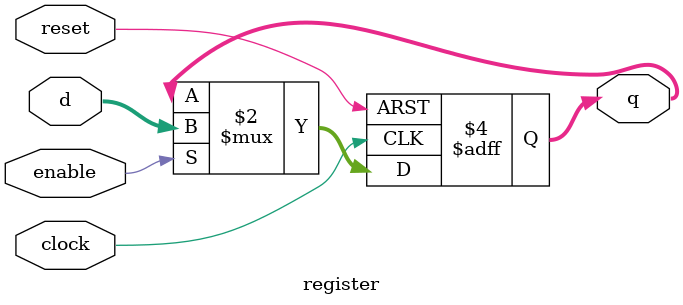
<source format=v>
`timescale 1ns / 1ps
`ifndef _register_v
`define _register_v
module register(clock, reset, enable, d, q);

parameter WIDTH = 8 ;
parameter RESET = 0 ;

input clock;
input reset;
input enable;
input [WIDTH-1:0] d;
output [WIDTH-1:0] q;
reg [WIDTH-1:0] q;

always @ (negedge clock, posedge reset)
  begin
  if(reset)
		q <= RESET;
  else if(enable)
	   q <= d;
  end
endmodule
`endif
</source>
